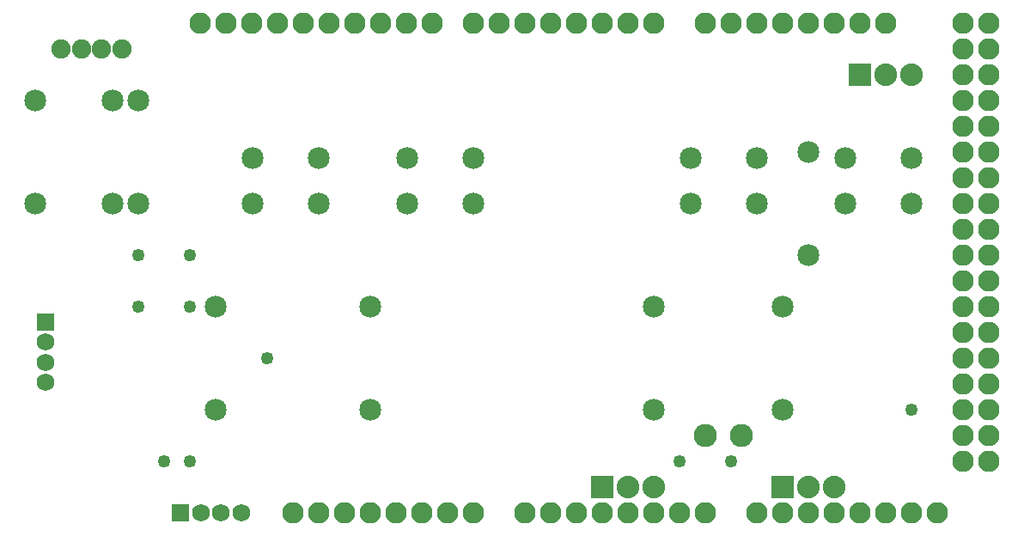
<source format=gts>
G04 MADE WITH FRITZING*
G04 WWW.FRITZING.ORG*
G04 DOUBLE SIDED*
G04 HOLES PLATED*
G04 CONTOUR ON CENTER OF CONTOUR VECTOR*
%ASAXBY*%
%FSLAX23Y23*%
%MOIN*%
%OFA0B0*%
%SFA1.0B1.0*%
%ADD10C,0.082917*%
%ADD11C,0.085000*%
%ADD12C,0.088000*%
%ADD13C,0.049370*%
%ADD14C,0.090000*%
%ADD15C,0.069200*%
%ADD16C,0.075000*%
%ADD17R,0.088000X0.088000*%
%ADD18R,0.069200X0.069200*%
%ADD19C,0.030000*%
%LNMASK1*%
G90*
G70*
G54D10*
X3017Y105D03*
X1417Y105D03*
X3117Y105D03*
X3217Y105D03*
X3317Y105D03*
X3417Y105D03*
X3717Y1505D03*
X3517Y105D03*
X3617Y105D03*
X1457Y2005D03*
X2017Y105D03*
X2117Y105D03*
X2217Y105D03*
X2317Y105D03*
X3717Y705D03*
X2417Y105D03*
X2517Y105D03*
X2617Y105D03*
X2717Y105D03*
X2217Y2005D03*
X3717Y1905D03*
X3717Y1105D03*
X3717Y305D03*
X1057Y2005D03*
X1817Y105D03*
X1817Y2005D03*
X3717Y1705D03*
X3717Y1305D03*
X3717Y905D03*
X3417Y2005D03*
X3717Y505D03*
X3317Y2005D03*
X3217Y2005D03*
X3117Y2005D03*
X3017Y2005D03*
X2917Y2005D03*
X2817Y2005D03*
X2717Y2005D03*
X857Y2005D03*
X1257Y2005D03*
X1657Y2005D03*
X1217Y105D03*
X1617Y105D03*
X2417Y2005D03*
X2017Y2005D03*
X3717Y2005D03*
X3717Y1805D03*
X3717Y1605D03*
X3717Y1405D03*
X3717Y1205D03*
X3717Y1005D03*
X3717Y805D03*
X3717Y605D03*
X3717Y405D03*
X757Y2005D03*
X957Y2005D03*
X1157Y2005D03*
X1357Y2005D03*
X1557Y2005D03*
X1117Y105D03*
X1317Y105D03*
X1517Y105D03*
X1717Y105D03*
X2517Y2005D03*
X2317Y2005D03*
X2117Y2005D03*
X1917Y2005D03*
X3817Y2005D03*
X3817Y1905D03*
X3817Y1805D03*
X3817Y1705D03*
X3817Y1605D03*
X3817Y1505D03*
X3817Y1405D03*
X3817Y1305D03*
X3817Y1205D03*
X3817Y1105D03*
X3817Y1005D03*
X3817Y905D03*
X3817Y805D03*
X3817Y705D03*
X3817Y605D03*
X3817Y505D03*
X3817Y405D03*
X3817Y305D03*
X2917Y105D03*
G54D11*
X117Y1305D03*
X117Y1705D03*
X417Y1305D03*
X417Y1705D03*
X517Y1305D03*
X517Y1705D03*
X817Y505D03*
X817Y905D03*
G54D12*
X3317Y1805D03*
X3417Y1805D03*
X3517Y1805D03*
G54D11*
X3117Y1105D03*
X3117Y1505D03*
X1816Y1304D03*
X1560Y1304D03*
X1816Y1481D03*
X1560Y1481D03*
G54D13*
X3517Y505D03*
G54D14*
X2717Y405D03*
X2855Y405D03*
G54D12*
X2317Y205D03*
X2417Y205D03*
X2517Y205D03*
X3017Y205D03*
X3117Y205D03*
X3217Y205D03*
G54D13*
X2617Y305D03*
X2817Y305D03*
X1017Y705D03*
X517Y1105D03*
X517Y905D03*
X717Y1105D03*
X717Y905D03*
G54D15*
X681Y105D03*
X917Y105D03*
X838Y105D03*
X759Y105D03*
X157Y845D03*
X157Y609D03*
X157Y688D03*
X157Y766D03*
G54D13*
X617Y305D03*
X717Y305D03*
G54D11*
X1217Y1305D03*
X961Y1305D03*
X1217Y1482D03*
X961Y1482D03*
X2917Y1305D03*
X2661Y1305D03*
X2917Y1482D03*
X2661Y1482D03*
X3517Y1305D03*
X3261Y1305D03*
X3517Y1482D03*
X3261Y1482D03*
X1417Y505D03*
X1417Y905D03*
X2517Y505D03*
X2517Y905D03*
X3017Y505D03*
X3017Y905D03*
G54D16*
X217Y1905D03*
X296Y1905D03*
X374Y1905D03*
X453Y1905D03*
G54D17*
X3317Y1805D03*
X2317Y205D03*
X3017Y205D03*
G54D18*
X681Y105D03*
X157Y845D03*
G54D19*
G36*
X2687Y435D02*
X2747Y435D01*
X2747Y375D01*
X2687Y375D01*
X2687Y435D01*
G37*
D02*
G04 End of Mask1*
M02*
</source>
